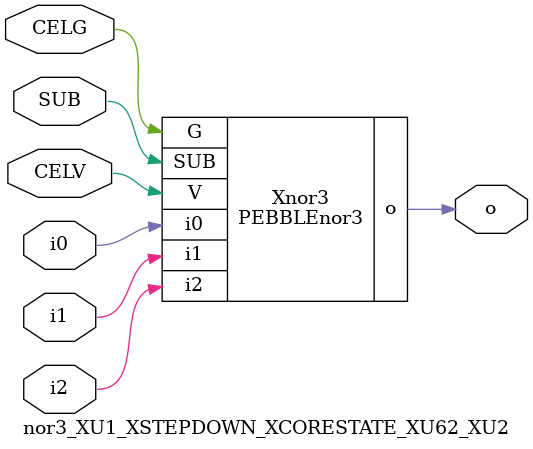
<source format=v>



module PEBBLEnor3 ( o, G, SUB, V, i0, i1, i2 );

  input i0;
  input V;
  input i2;
  input i1;
  input G;
  output o;
  input SUB;
endmodule

//Celera Confidential Do Not Copy nor3_XU1_XSTEPDOWN_XCORESTATE_XU62_XU2
//Celera Confidential Symbol Generator
//NOR3
module nor3_XU1_XSTEPDOWN_XCORESTATE_XU62_XU2 (CELV,CELG,i0,i1,i2,o,SUB);
input CELV;
input CELG;
input i0;
input i1;
input i2;
input SUB;
output o;

//Celera Confidential Do Not Copy nor3
PEBBLEnor3 Xnor3(
.V (CELV),
.i0 (i0),
.i1 (i1),
.i2 (i2),
.o (o),
.SUB (SUB),
.G (CELG)
);
//,diesize,PEBBLEnor3

//Celera Confidential Do Not Copy Module End
//Celera Schematic Generator
endmodule

</source>
